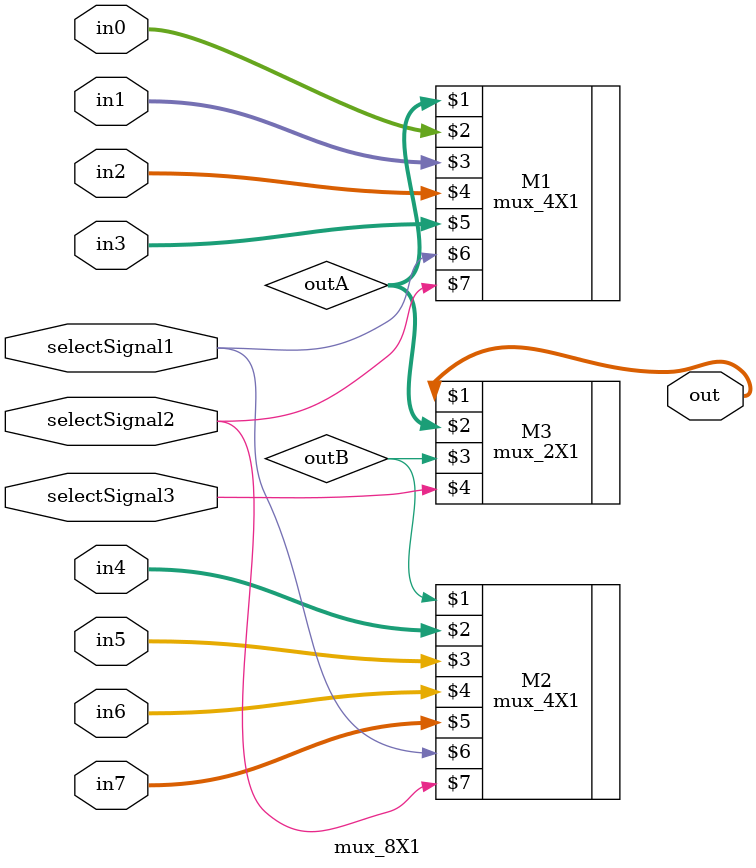
<source format=v>

module mux_8X1(
  output [31:0] out,
  input [31:0] in0, in1, in2, in3, in4, in5, in6, in7, 
  input selectSignal1, selectSignal2, selectSignal3);

  wire[31:0] outA, outb;
  mux_4X1 M1(outA, in0, in1, in2, in3, selectSignal1, selectSignal2); //use multiplexer to transform the 4 inputs in0, in1, in2, in3 into one output outA
  mux_4X1 M2(outB, in4, in5, in6, in7, selectSignal1, selectSignal2); //use multiplexer to transform the 4 inputs in4, in5, in6, in7 into one output outb
  mux_2X1 M3(out, outA, outB, selectSignal3); //use multiplexer to transform the 2 inputs outA, outB into one output out

endmodule

</source>
